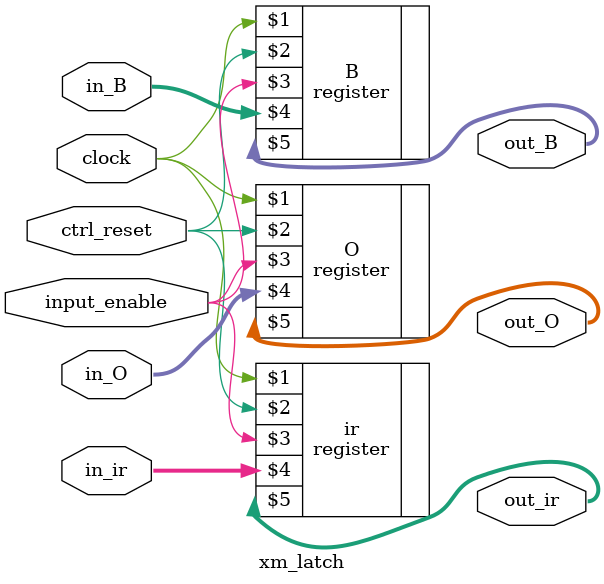
<source format=v>
module xm_latch(
    in_O, in_B, in_ir, 
    out_O, out_B, out_ir, 
    clock, ctrl_reset, input_enable);

    input clock, ctrl_reset, input_enable;
    input [31:0] in_O, in_B, in_ir;
    output [31:0] out_O, out_B, out_ir;

    register O (clock, ctrl_reset, input_enable, in_O, out_O);
    register B (clock, ctrl_reset, input_enable, in_B, out_B);    
    register ir (clock, ctrl_reset, input_enable, in_ir, out_ir);

endmodule
</source>
